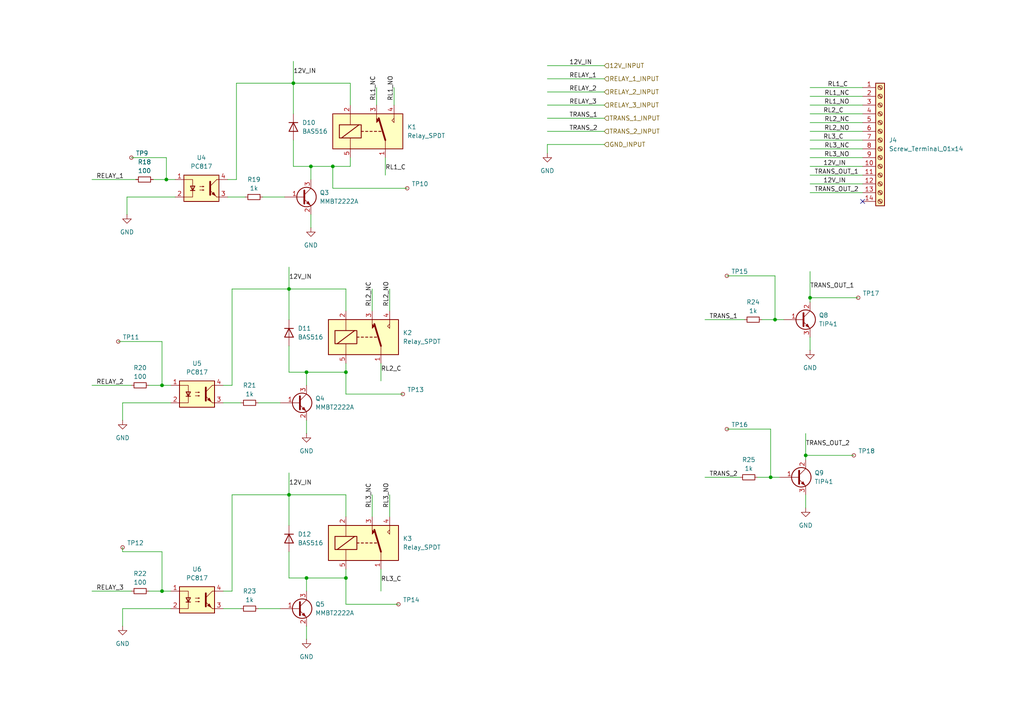
<source format=kicad_sch>
(kicad_sch (version 20231120) (generator "eeschema") (generator_version "8.0")
  (paper "A4")
  (lib_symbols
    (symbol "Connector:Screw_Terminal_01x14" (pin_names (offset 1.016) hide)
      (property "Reference" "J" (at 0 17.78 0))
      (property "Value" "Screw_Terminal_01x14" (at 0 -20.32 0))
      (symbol "Screw_Terminal_01x14_1_1"
        (rectangle (start -1.27 16.51) (end 1.27 -19.05) (stroke (width 0.254)) (fill (type background)))
        (circle (center 0 -17.78) (radius 0.635) (stroke (width 0.1524)))
        (circle (center 0 -15.24) (radius 0.635) (stroke (width 0.1524)))
        (circle (center 0 -12.7) (radius 0.635) (stroke (width 0.1524)))
        (circle (center 0 -10.16) (radius 0.635) (stroke (width 0.1524)))
        (circle (center 0 -7.62) (radius 0.635) (stroke (width 0.1524)))
        (circle (center 0 -5.08) (radius 0.635) (stroke (width 0.1524)))
        (circle (center 0 -2.54) (radius 0.635) (stroke (width 0.1524)))
        (polyline (pts (xy -0.5334 -17.4498) (xy 0.3302 -18.288)) (stroke (width 0.1524)))
        (polyline (pts (xy -0.5334 -14.9098) (xy 0.3302 -15.748)) (stroke (width 0.1524)))
        (polyline (pts (xy -0.5334 -12.3698) (xy 0.3302 -13.208)) (stroke (width 0.1524)))
        (polyline (pts (xy -0.5334 -9.8298) (xy 0.3302 -10.668)) (stroke (width 0.1524)))
        (polyline (pts (xy -0.5334 -7.2898) (xy 0.3302 -8.128)) (stroke (width 0.1524)))
        (polyline (pts (xy -0.5334 -4.7498) (xy 0.3302 -5.588)) (stroke (width 0.1524)))
        (polyline (pts (xy -0.5334 -2.2098) (xy 0.3302 -3.048)) (stroke (width 0.1524)))
        (polyline (pts (xy -0.5334 0.3302) (xy 0.3302 -0.508)) (stroke (width 0.1524)))
        (polyline (pts (xy -0.5334 2.8702) (xy 0.3302 2.032)) (stroke (width 0.1524)))
        (polyline (pts (xy -0.5334 5.4102) (xy 0.3302 4.572)) (stroke (width 0.1524)))
        (polyline (pts (xy -0.5334 7.9502) (xy 0.3302 7.112)) (stroke (width 0.1524)))
        (polyline (pts (xy -0.5334 10.4902) (xy 0.3302 9.652)) (stroke (width 0.1524)))
        (polyline (pts (xy -0.5334 13.0302) (xy 0.3302 12.192)) (stroke (width 0.1524)))
        (polyline (pts (xy -0.5334 15.5702) (xy 0.3302 14.732)) (stroke (width 0.1524)))
        (polyline (pts (xy -0.3556 -17.272) (xy 0.508 -18.1102)) (stroke (width 0.1524)))
        (polyline (pts (xy -0.3556 -14.732) (xy 0.508 -15.5702)) (stroke (width 0.1524)))
        (polyline (pts (xy -0.3556 -12.192) (xy 0.508 -13.0302)) (stroke (width 0.1524)))
        (polyline (pts (xy -0.3556 -9.652) (xy 0.508 -10.4902)) (stroke (width 0.1524)))
        (polyline (pts (xy -0.3556 -7.112) (xy 0.508 -7.9502)) (stroke (width 0.1524)))
        (polyline (pts (xy -0.3556 -4.572) (xy 0.508 -5.4102)) (stroke (width 0.1524)))
        (polyline (pts (xy -0.3556 -2.032) (xy 0.508 -2.8702)) (stroke (width 0.1524)))
        (polyline (pts (xy -0.3556 0.508) (xy 0.508 -0.3302)) (stroke (width 0.1524)))
        (polyline (pts (xy -0.3556 3.048) (xy 0.508 2.2098)) (stroke (width 0.1524)))
        (polyline (pts (xy -0.3556 5.588) (xy 0.508 4.7498)) (stroke (width 0.1524)))
        (polyline (pts (xy -0.3556 8.128) (xy 0.508 7.2898)) (stroke (width 0.1524)))
        (polyline (pts (xy -0.3556 10.668) (xy 0.508 9.8298)) (stroke (width 0.1524)))
        (polyline (pts (xy -0.3556 13.208) (xy 0.508 12.3698)) (stroke (width 0.1524)))
        (polyline (pts (xy -0.3556 15.748) (xy 0.508 14.9098)) (stroke (width 0.1524)))
        (circle (center 0 0) (radius 0.635) (stroke (width 0.1524)))
        (circle (center 0 2.54) (radius 0.635) (stroke (width 0.1524)))
        (circle (center 0 5.08) (radius 0.635) (stroke (width 0.1524)))
        (circle (center 0 7.62) (radius 0.635) (stroke (width 0.1524)))
        (circle (center 0 10.16) (radius 0.635) (stroke (width 0.1524)))
        (circle (center 0 12.7) (radius 0.635) (stroke (width 0.1524)))
        (circle (center 0 15.24) (radius 0.635) (stroke (width 0.1524)))
        (pin passive line (at -5.08 15.24 0) (length 3.81) (name "Pin_1") (number "1"))
        (pin passive line (at -5.08 -7.62 0) (length 3.81) (name "Pin_10") (number "10"))
        (pin passive line (at -5.08 -10.16 0) (length 3.81) (name "Pin_11") (number "11"))
        (pin passive line (at -5.08 -12.7 0) (length 3.81) (name "Pin_12") (number "12"))
        (pin passive line (at -5.08 -15.24 0) (length 3.81) (name "Pin_13") (number "13"))
        (pin passive line (at -5.08 -17.78 0) (length 3.81) (name "Pin_14") (number "14"))
        (pin passive line (at -5.08 12.7 0) (length 3.81) (name "Pin_2") (number "2"))
        (pin passive line (at -5.08 10.16 0) (length 3.81) (name "Pin_3") (number "3"))
        (pin passive line (at -5.08 7.62 0) (length 3.81) (name "Pin_4") (number "4"))
        (pin passive line (at -5.08 5.08 0) (length 3.81) (name "Pin_5") (number "5"))
        (pin passive line (at -5.08 2.54 0) (length 3.81) (name "Pin_6") (number "6"))
        (pin passive line (at -5.08 0 0) (length 3.81) (name "Pin_7") (number "7"))
        (pin passive line (at -5.08 -2.54 0) (length 3.81) (name "Pin_8") (number "8"))
        (pin passive line (at -5.08 -5.08 0) (length 3.81) (name "Pin_9") (number "9"))
      )
    )
    (symbol "Connector:TestPoint_Small" (pin_numbers hide) (pin_names (offset 0.762) hide)
      (property "Reference" "TP" (at 0 3.81 0))
      (property "Value" "TestPoint_Small" (at 0 2.032 0))
      (symbol "TestPoint_Small_0_1"
        (circle (center 0 0) (radius 0.508))
      )
      (symbol "TestPoint_Small_1_1"
        (pin passive line (at 0 0 90) (length 0) (name "1") (number "1"))
      )
    )
    (symbol "Device:R_Small" (pin_numbers hide) (pin_names (offset 0.254) hide)
      (property "Reference" "R" (at 0.762 0.508 0))
      (property "Value" "R_Small" (at 0.762 -1.016 0))
      (symbol "R_Small_0_1"
        (rectangle (start -0.762 1.778) (end 0.762 -1.778) (stroke (width 0.2032)))
      )
      (symbol "R_Small_1_1"
        (pin passive line (at 0 2.54 270) (length 0.762) (name "~") (number "1"))
        (pin passive line (at 0 -2.54 90) (length 0.762) (name "~") (number "2"))
      )
    )
    (symbol "Diode:BAS516" (pin_numbers hide) (pin_names hide)
      (property "Reference" "D" (at 0 2.54 0))
      (property "Value" "BAS516" (at 0 -2.54 0))
      (symbol "BAS516_0_1"
        (polyline (pts (xy -1.27 1.27) (xy -1.27 -1.27)) (stroke (width 0.254)))
        (polyline (pts (xy 1.27 0) (xy -1.27 0)))
        (polyline (pts (xy 1.27 1.27) (xy 1.27 -1.27) (xy -1.27 0) (xy 1.27 1.27)) (stroke (width 0.254)))
      )
      (symbol "BAS516_1_1"
        (pin passive line (at -3.81 0 0) (length 2.54) (name "K") (number "1"))
        (pin passive line (at 3.81 0 180) (length 2.54) (name "A") (number "2"))
      )
    )
    (symbol "Isolator:PC817" (pin_names (offset 1.016))
      (property "Reference" "U" (at -5.08 5.08 0))
      (property "Value" "PC817" (at 0 5.08 0))
      (symbol "PC817_0_1"
        (rectangle (start -5.08 3.81) (end 5.08 -3.81) (stroke (width 0.254)) (fill (type background)))
        (polyline (pts (xy -3.175 -0.635) (xy -1.905 -0.635)) (stroke (width 0.254)))
        (polyline (pts (xy 2.54 0.635) (xy 4.445 2.54)))
        (polyline (pts (xy 4.445 -2.54) (xy 2.54 -0.635)) (fill (type outline)))
        (polyline (pts (xy 4.445 -2.54) (xy 5.08 -2.54)))
        (polyline (pts (xy 4.445 2.54) (xy 5.08 2.54)))
        (polyline (pts (xy -5.08 2.54) (xy -2.54 2.54) (xy -2.54 -0.635)))
        (polyline (pts (xy -2.54 -0.635) (xy -2.54 -2.54) (xy -5.08 -2.54)))
        (polyline (pts (xy 2.54 1.905) (xy 2.54 -1.905) (xy 2.54 -1.905)) (stroke (width 0.508)))
        (polyline (pts (xy -2.54 -0.635) (xy -3.175 0.635) (xy -1.905 0.635) (xy -2.54 -0.635)) (stroke (width 0.254)))
        (polyline (pts (xy -0.508 -0.508) (xy 0.762 -0.508) (xy 0.381 -0.635) (xy 0.381 -0.381) (xy 0.762 -0.508)))
        (polyline (pts (xy -0.508 0.508) (xy 0.762 0.508) (xy 0.381 0.381) (xy 0.381 0.635) (xy 0.762 0.508)))
        (polyline (pts (xy 3.048 -1.651) (xy 3.556 -1.143) (xy 4.064 -2.159) (xy 3.048 -1.651) (xy 3.048 -1.651)) (fill (type outline)))
      )
      (symbol "PC817_1_1"
        (pin passive line (at -7.62 2.54 0) (length 2.54) (name "~") (number "1"))
        (pin passive line (at -7.62 -2.54 0) (length 2.54) (name "~") (number "2"))
        (pin passive line (at 7.62 -2.54 180) (length 2.54) (name "~") (number "3"))
        (pin passive line (at 7.62 2.54 180) (length 2.54) (name "~") (number "4"))
      )
    )
    (symbol "Relay_SPDT_1"
      (property "Reference" "K1" (at 11.43 1.2701 0))
      (property "Value" "Relay_SPDT" (at 11.43 -1.2699 0))
      (symbol "Relay_SPDT_1_0_0"
        (polyline (pts (xy 7.62 5.08) (xy 7.62 2.54) (xy 6.985 3.175) (xy 7.62 3.81)))
      )
      (symbol "Relay_SPDT_1_0_1"
        (rectangle (start -10.16 5.08) (end 10.16 -5.08) (stroke (width 0.254)) (fill (type background)))
        (rectangle (start -8.255 1.905) (end -1.905 -1.905) (stroke (width 0.254)))
        (polyline (pts (xy -7.62 -1.905) (xy -2.54 1.905)) (stroke (width 0.254)))
        (polyline (pts (xy -5.08 -5.08) (xy -5.08 -1.905)))
        (polyline (pts (xy -5.08 5.08) (xy -5.08 1.905)))
        (polyline (pts (xy -1.905 0) (xy -1.27 0)) (stroke (width 0.254)))
        (polyline (pts (xy -0.635 0) (xy 0 0)) (stroke (width 0.254)))
        (polyline (pts (xy 0.635 0) (xy 1.27 0)) (stroke (width 0.254)))
        (polyline (pts (xy 1.905 0) (xy 2.54 0)) (stroke (width 0.254)))
        (polyline (pts (xy 3.175 0) (xy 3.81 0)) (stroke (width 0.254)))
        (polyline (pts (xy 5.08 -2.54) (xy 3.175 3.81)) (stroke (width 0.508)))
        (polyline (pts (xy 5.08 -2.54) (xy 5.08 -5.08)))
        (polyline (pts (xy 2.54 5.08) (xy 2.54 2.54) (xy 3.175 3.175) (xy 2.54 3.81)) (fill (type outline)))
      )
      (symbol "Relay_SPDT_1_1_1"
        (pin passive line (at 5.08 -7.62 90) (length 2.54) (name "~") (number "1"))
        (pin passive line (at -5.08 7.62 270) (length 2.54) (name "~") (number "2"))
        (pin passive line (at 2.54 7.62 270) (length 2.54) (name "~") (number "3"))
        (pin passive line (at 7.62 7.62 270) (length 2.54) (name "~") (number "4"))
        (pin passive line (at -5.08 -7.62 90) (length 2.54) (name "~") (number "5"))
      )
    )
    (symbol "Transistor_BJT:MMBT2222A" (pin_names (offset 0) hide)
      (property "Reference" "Q" (at 5.08 1.905 0))
      (property "Value" "MMBT2222A" (at 5.08 0 0))
      (symbol "MMBT2222A_0_1"
        (polyline (pts (xy 0.635 0.635) (xy 2.54 2.54)))
        (polyline (pts (xy 0.635 -0.635) (xy 2.54 -2.54) (xy 2.54 -2.54)))
        (polyline (pts (xy 0.635 1.905) (xy 0.635 -1.905) (xy 0.635 -1.905)) (stroke (width 0.508)))
        (polyline (pts (xy 1.27 -1.778) (xy 1.778 -1.27) (xy 2.286 -2.286) (xy 1.27 -1.778) (xy 1.27 -1.778)) (fill (type outline)))
        (circle (center 1.27 0) (radius 2.8194) (stroke (width 0.254)))
      )
      (symbol "MMBT2222A_1_1"
        (pin input line (at -5.08 0 0) (length 5.715) (name "B") (number "1"))
        (pin passive line (at 2.54 -5.08 90) (length 2.54) (name "E") (number "2"))
        (pin passive line (at 2.54 5.08 270) (length 2.54) (name "C") (number "3"))
      )
    )
    (symbol "Transistor_BJT:TIP41" (pin_names (offset 0) hide)
      (property "Reference" "Q" (at 6.35 1.905 0))
      (property "Value" "TIP41" (at 6.35 0 0))
      (symbol "TIP41_0_1"
        (polyline (pts (xy 0.635 0.635) (xy 2.54 2.54)))
        (polyline (pts (xy 0.635 -0.635) (xy 2.54 -2.54) (xy 2.54 -2.54)))
        (polyline (pts (xy 0.635 1.905) (xy 0.635 -1.905) (xy 0.635 -1.905)) (stroke (width 0.508)))
        (polyline (pts (xy 1.27 -1.778) (xy 1.778 -1.27) (xy 2.286 -2.286) (xy 1.27 -1.778) (xy 1.27 -1.778)) (fill (type outline)))
        (circle (center 1.27 0) (radius 2.8194) (stroke (width 0.254)))
      )
      (symbol "TIP41_1_1"
        (pin input line (at -5.08 0 0) (length 5.715) (name "B") (number "1"))
        (pin passive line (at 2.54 5.08 270) (length 2.54) (name "C") (number "2"))
        (pin passive line (at 2.54 -5.08 90) (length 2.54) (name "E") (number "3"))
      )
    )
    (symbol "power:GND" (power) (pin_numbers hide) (pin_names (offset 0) hide)
      (property "Value" "GND" (at 0 -3.81 0))
      (symbol "GND_0_1"
        (polyline (pts (xy 0 0) (xy 0 -1.27) (xy 1.27 -1.27) (xy 0 -2.54) (xy -1.27 -1.27) (xy 0 -1.27)))
      )
      (symbol "GND_1_1"
        (pin power_in line (at 0 0 270) (length 0) (name "~") (number "1"))
      )
    )
  )
  (junction (at 48.26 52.07))
  (junction (at 100.33 167.64))
  (junction (at 46.99 111.76))
  (junction (at 234.95 86.36))
  (junction (at 224.79 92.71))
  (junction (at 233.68 132.08))
  (junction (at 88.9 167.64))
  (junction (at 85.09 24.13))
  (junction (at 46.99 171.45))
  (junction (at 90.17 48.26))
  (junction (at 96.52 48.26))
  (junction (at 83.82 143.51))
  (junction (at 88.9 107.95))
  (junction (at 83.82 83.82))
  (junction (at 100.33 107.95))
  (junction (at 223.52 138.43))
  (no_connect (at 250.19 58.42))
  (wire (pts (xy 234.95 35.56) (xy 250.19 35.56)))
  (wire (pts (xy 48.26 45.72) (xy 48.26 52.07)))
  (wire (pts (xy 36.83 57.15) (xy 36.83 62.23)))
  (wire (pts (xy 83.82 167.64) (xy 88.9 167.64)))
  (wire (pts (xy 34.29 99.06) (xy 46.99 99.06)))
  (wire (pts (xy 48.26 52.07) (xy 50.8 52.07)))
  (wire (pts (xy 83.82 143.51) (xy 83.82 152.4)))
  (wire (pts (xy 64.77 116.84) (xy 69.85 116.84)))
  (wire (pts (xy 85.09 48.26) (xy 90.17 48.26)))
  (wire (pts (xy 234.95 86.36) (xy 248.92 86.36)))
  (wire (pts (xy 88.9 171.45) (xy 88.9 167.64)))
  (wire (pts (xy 107.95 83.82) (xy 107.95 90.17)))
  (wire (pts (xy 83.82 77.47) (xy 83.82 83.82)))
  (wire (pts (xy 83.82 83.82) (xy 100.33 83.82)))
  (wire (pts (xy 175.26 41.91) (xy 158.75 41.91)))
  (wire (pts (xy 83.82 160.02) (xy 83.82 167.64)))
  (wire (pts (xy 74.93 176.53) (xy 81.28 176.53)))
  (wire (pts (xy 64.77 176.53) (xy 69.85 176.53)))
  (wire (pts (xy 158.75 26.67) (xy 175.26 26.67)))
  (wire (pts (xy 26.67 111.76) (xy 38.1 111.76)))
  (wire (pts (xy 223.52 124.46) (xy 223.52 138.43)))
  (wire (pts (xy 90.17 52.07) (xy 90.17 48.26)))
  (wire (pts (xy 224.79 92.71) (xy 227.33 92.71)))
  (wire (pts (xy 100.33 114.3) (xy 100.33 107.95)))
  (wire (pts (xy 90.17 62.23) (xy 90.17 66.04)))
  (wire (pts (xy 43.18 111.76) (xy 46.99 111.76)))
  (wire (pts (xy 67.31 171.45) (xy 67.31 143.51)))
  (wire (pts (xy 46.99 99.06) (xy 46.99 111.76)))
  (wire (pts (xy 234.95 33.02) (xy 250.19 33.02)))
  (wire (pts (xy 234.95 27.94) (xy 250.19 27.94)))
  (wire (pts (xy 85.09 24.13) (xy 101.6 24.13)))
  (wire (pts (xy 85.09 24.13) (xy 85.09 33.02)))
  (wire (pts (xy 88.9 111.76) (xy 88.9 107.95)))
  (wire (pts (xy 158.75 19.05) (xy 175.26 19.05)))
  (wire (pts (xy 234.95 50.8) (xy 250.19 50.8)))
  (wire (pts (xy 234.95 30.48) (xy 250.19 30.48)))
  (wire (pts (xy 115.57 175.26) (xy 100.33 175.26)))
  (wire (pts (xy 107.95 143.51) (xy 107.95 149.86)))
  (wire (pts (xy 64.77 171.45) (xy 67.31 171.45)))
  (wire (pts (xy 46.99 160.02) (xy 46.99 171.45)))
  (wire (pts (xy 233.68 125.73) (xy 233.68 132.08)))
  (wire (pts (xy 88.9 181.61) (xy 88.9 185.42)))
  (wire (pts (xy 118.11 54.61) (xy 96.52 54.61)))
  (wire (pts (xy 111.76 45.72) (xy 111.76 50.8)))
  (wire (pts (xy 223.52 138.43) (xy 226.06 138.43)))
  (wire (pts (xy 233.68 132.08) (xy 247.65 132.08)))
  (wire (pts (xy 234.95 25.4) (xy 250.19 25.4)))
  (wire (pts (xy 100.33 143.51) (xy 100.33 149.86)))
  (wire (pts (xy 210.82 124.46) (xy 223.52 124.46)))
  (wire (pts (xy 234.95 43.18) (xy 250.19 43.18)))
  (wire (pts (xy 210.82 80.01) (xy 224.79 80.01)))
  (wire (pts (xy 83.82 137.16) (xy 83.82 143.51)))
  (wire (pts (xy 100.33 167.64) (xy 100.33 165.1)))
  (wire (pts (xy 101.6 48.26) (xy 101.6 45.72)))
  (wire (pts (xy 44.45 52.07) (xy 48.26 52.07)))
  (wire (pts (xy 234.95 38.1) (xy 250.19 38.1)))
  (wire (pts (xy 101.6 24.13) (xy 101.6 30.48)))
  (wire (pts (xy 96.52 54.61) (xy 96.52 48.26)))
  (wire (pts (xy 234.95 40.64) (xy 250.19 40.64)))
  (wire (pts (xy 83.82 107.95) (xy 88.9 107.95)))
  (wire (pts (xy 233.68 132.08) (xy 233.68 133.35)))
  (wire (pts (xy 109.22 25.4) (xy 109.22 30.48)))
  (wire (pts (xy 224.79 80.01) (xy 224.79 92.71)))
  (wire (pts (xy 46.99 171.45) (xy 49.53 171.45)))
  (wire (pts (xy 83.82 100.33) (xy 83.82 107.95)))
  (wire (pts (xy 158.75 41.91) (xy 158.75 44.45)))
  (wire (pts (xy 90.17 48.26) (xy 96.52 48.26)))
  (wire (pts (xy 234.95 78.74) (xy 234.95 86.36)))
  (wire (pts (xy 96.52 48.26) (xy 101.6 48.26)))
  (wire (pts (xy 113.03 143.51) (xy 113.03 149.86)))
  (wire (pts (xy 116.84 114.3) (xy 100.33 114.3)))
  (wire (pts (xy 85.09 17.78) (xy 85.09 24.13)))
  (wire (pts (xy 158.75 30.48) (xy 175.26 30.48)))
  (wire (pts (xy 233.68 143.51) (xy 233.68 147.32)))
  (wire (pts (xy 64.77 111.76) (xy 67.31 111.76)))
  (wire (pts (xy 68.58 24.13) (xy 85.09 24.13)))
  (wire (pts (xy 219.71 138.43) (xy 223.52 138.43)))
  (wire (pts (xy 49.53 176.53) (xy 35.56 176.53)))
  (wire (pts (xy 110.49 165.1) (xy 110.49 171.45)))
  (wire (pts (xy 234.95 86.36) (xy 234.95 87.63)))
  (wire (pts (xy 234.95 45.72) (xy 250.19 45.72)))
  (wire (pts (xy 158.75 34.29) (xy 175.26 34.29)))
  (wire (pts (xy 68.58 52.07) (xy 68.58 24.13)))
  (wire (pts (xy 88.9 107.95) (xy 100.33 107.95)))
  (wire (pts (xy 114.3 25.4) (xy 114.3 30.48)))
  (wire (pts (xy 220.98 92.71) (xy 224.79 92.71)))
  (wire (pts (xy 110.49 105.41) (xy 110.49 110.49)))
  (wire (pts (xy 88.9 167.64) (xy 100.33 167.64)))
  (wire (pts (xy 35.56 176.53) (xy 35.56 181.61)))
  (wire (pts (xy 100.33 107.95) (xy 100.33 105.41)))
  (wire (pts (xy 66.04 57.15) (xy 71.12 57.15)))
  (wire (pts (xy 43.18 171.45) (xy 46.99 171.45)))
  (wire (pts (xy 26.67 52.07) (xy 39.37 52.07)))
  (wire (pts (xy 35.56 160.02) (xy 46.99 160.02)))
  (wire (pts (xy 74.93 116.84) (xy 81.28 116.84)))
  (wire (pts (xy 100.33 175.26) (xy 100.33 167.64)))
  (wire (pts (xy 158.75 38.1) (xy 175.26 38.1)))
  (wire (pts (xy 234.95 53.34) (xy 250.19 53.34)))
  (wire (pts (xy 46.99 111.76) (xy 49.53 111.76)))
  (wire (pts (xy 100.33 83.82) (xy 100.33 90.17)))
  (wire (pts (xy 67.31 143.51) (xy 83.82 143.51)))
  (wire (pts (xy 88.9 121.92) (xy 88.9 125.73)))
  (wire (pts (xy 38.1 45.72) (xy 48.26 45.72)))
  (wire (pts (xy 66.04 52.07) (xy 68.58 52.07)))
  (wire (pts (xy 204.47 92.71) (xy 215.9 92.71)))
  (wire (pts (xy 35.56 158.75) (xy 35.56 160.02)))
  (wire (pts (xy 85.09 40.64) (xy 85.09 48.26)))
  (wire (pts (xy 67.31 83.82) (xy 83.82 83.82)))
  (wire (pts (xy 35.56 116.84) (xy 35.56 121.92)))
  (wire (pts (xy 204.47 138.43) (xy 214.63 138.43)))
  (wire (pts (xy 50.8 57.15) (xy 36.83 57.15)))
  (wire (pts (xy 26.67 171.45) (xy 38.1 171.45)))
  (wire (pts (xy 234.95 97.79) (xy 234.95 101.6)))
  (wire (pts (xy 234.95 55.88) (xy 250.19 55.88)))
  (wire (pts (xy 234.95 48.26) (xy 250.19 48.26)))
  (wire (pts (xy 67.31 111.76) (xy 67.31 83.82)))
  (wire (pts (xy 83.82 143.51) (xy 100.33 143.51)))
  (wire (pts (xy 83.82 83.82) (xy 83.82 92.71)))
  (wire (pts (xy 76.2 57.15) (xy 82.55 57.15)))
  (wire (pts (xy 158.75 22.86) (xy 175.26 22.86)))
  (wire (pts (xy 113.03 83.82) (xy 113.03 90.17)))
  (wire (pts (xy 49.53 116.84) (xy 35.56 116.84)))
  (label "RL1_NO" (at 246.38 30.48 180))
  (label "RL3_NC" (at 246.38 43.18 180))
  (label "RELAY_3" (at 165.1 30.48 0))
  (label "RL2_C" (at 238.76 33.02 0))
  (label "RL2_NO" (at 113.03 88.9 90))
  (label "RL2_NO" (at 246.38 38.1 180))
  (label "12V_IN" (at 83.82 81.28 0))
  (label "12V_IN" (at 165.1 19.05 0))
  (label "TRANS_OUT_2" (at 233.68 129.54 0))
  (label "RL1_NC" (at 246.38 27.94 180))
  (label "TRANS_2" (at 205.74 138.43 0))
  (label "12V_IN" (at 83.82 140.97 0))
  (label "TRANS_OUT_1" (at 236.22 50.8 0))
  (label "RELAY_3" (at 27.94 171.45 0))
  (label "RL1_C" (at 111.76 49.53 0))
  (label "RELAY_1" (at 27.94 52.07 0))
  (label "RL1_C" (at 240.03 25.4 0))
  (label "12V_IN" (at 238.76 53.34 0))
  (label "12V_IN" (at 238.76 48.26 0))
  (label "RELAY_1" (at 165.1 22.86 0))
  (label "TRANS_OUT_1" (at 234.95 83.82 0))
  (label "RL2_NC" (at 107.95 88.9 90))
  (label "RL1_NC" (at 109.22 29.21 90))
  (label "TRANS_OUT_2" (at 236.22 55.88 0))
  (label "RELAY_2" (at 27.94 111.76 0))
  (label "RL3_NO" (at 246.38 45.72 180))
  (label "TRANS_2" (at 165.1 38.1 0))
  (label "RL3_C" (at 238.76 40.64 0))
  (label "12V_IN" (at 85.09 21.59 0))
  (label "TRANS_1" (at 205.74 92.71 0))
  (label "RL3_NO" (at 113.03 147.32 90))
  (label "RL3_NC" (at 107.95 147.32 90))
  (label "TRANS_1" (at 165.1 34.29 0))
  (label "RL2_C" (at 110.49 107.95 0))
  (label "RL2_NC" (at 246.38 35.56 180))
  (label "RL1_NO" (at 114.3 29.21 90))
  (label "RL3_C" (at 110.49 168.91 0))
  (label "RELAY_2" (at 165.1 26.67 0))
  (hierarchical_label "GND_INPUT" (shape input) (at 175.26 41.91 0))
  (hierarchical_label "12V_INPUT" (shape input) (at 175.26 19.05 0))
  (hierarchical_label "TRANS_1_INPUT" (shape input) (at 175.26 34.29 0))
  (hierarchical_label "TRANS_2_INPUT" (shape input) (at 175.26 38.1 0))
  (hierarchical_label "RELAY_1_INPUT" (shape input) (at 175.26 22.86 0))
  (hierarchical_label "RELAY_3_INPUT" (shape input) (at 175.26 30.48 0))
  (hierarchical_label "RELAY_2_INPUT" (shape input) (at 175.26 26.67 0))
  (symbol (lib_id "Connector:TestPoint_Small") (at 38.1 45.72 0) (unit 1)
    (property "Reference" "TP9" (at 39.37 44.4499 0) (effects (justify left)))
    (property "Value" " " (at 39.37 46.9899 0) (effects (justify left)))
    (property "Footprint" "TestPoint:TestPoint_Pad_1.5x1.5mm" (effects (hide yes)))
    (property "Description" "test point" (effects (hide yes)))
  )
  (symbol (lib_id "Connector:Screw_Terminal_01x14") (at 255.27 40.64 0) (unit 1)
    (property "Reference" "J4" (at 257.81 40.6399 0) (effects (justify left)))
    (property "Value" "Screw_Terminal_01x14" (at 257.81 43.1799 0) (effects (justify left)))
    (property "Footprint" "TerminalBlock:TerminalBlock_Xinya_XY308-2.54-14P_1x14_P2.54mm_Horizontal" (effects (hide yes)))
    (property "Description" "Generic screw terminal, single row, 01x14, script generated (kicad-library-utils/schlib/autogen/connector/)" (effects (hide yes)))
  )
  (symbol (lib_id "Connector:TestPoint_Small") (at 34.29 99.06 0) (unit 1)
    (property "Reference" "TP11" (at 35.56 97.7899 0) (effects (justify left)))
    (property "Value" " " (at 35.56 100.3299 0) (effects (justify left)))
    (property "Footprint" "TestPoint:TestPoint_Pad_1.5x1.5mm" (effects (hide yes)))
    (property "Description" "test point" (effects (hide yes)))
  )
  (symbol (lib_id "Connector:TestPoint_Small") (at 248.92 86.36 270) (unit 1)
    (property "Reference" "TP17" (at 250.19 85.0899 90) (effects (justify left)))
    (property "Value" " " (at 250.19 87.6299 90) (effects (justify left)))
    (property "Footprint" "TestPoint:TestPoint_Pad_1.5x1.5mm" (effects (hide yes)))
    (property "Description" "test point" (effects (hide yes)))
  )
  (symbol (lib_id "Isolator:PC817") (at 57.15 114.3 0) (unit 1)
    (property "Reference" "U5" (at 57.15 105.41 0))
    (property "Value" "PC817" (at 57.15 107.95 0))
    (property "Footprint" "Package_DIP:DIP-4_W7.62mm" (effects (hide yes)))
    (property "Datasheet" "http://www.soselectronic.cz/a_info/resource/d/pc817.pdf" (effects (hide yes)))
    (property "Description" "DC Optocoupler, Vce 35V, CTR 50-300%, DIP-4" (effects (hide yes)))
    (property "part number" "PC817B" (effects (hide yes)))
    (property "JLCPCB Part #" "C5451664" (effects (hide yes)))
  )
  (symbol (lib_id "Connector:TestPoint_Small") (at 35.56 158.75 0) (unit 1)
    (property "Reference" "TP12" (at 36.83 157.4799 0) (effects (justify left)))
    (property "Value" " " (at 36.83 160.0199 0) (effects (justify left)))
    (property "Footprint" "TestPoint:TestPoint_Pad_1.5x1.5mm" (effects (hide yes)))
    (property "Description" "test point" (effects (hide yes)))
  )
  (symbol (lib_id "Transistor_BJT:MMBT2222A") (at 87.63 57.15 0) (unit 1)
    (property "Reference" "Q3" (at 92.71 55.8799 0) (effects (justify left)))
    (property "Value" "MMBT2222A" (at 92.71 58.4199 0) (effects (justify left)))
    (property "Footprint" "Package_TO_SOT_SMD:SOT-23" (effects (hide yes)))
    (property "Datasheet" "https://assets.nexperia.com/documents/data-sheet/MMBT2222A.pdf" (effects (hide yes)))
    (property "Description" "600mA Ic, 40V Vce, NPN Transistor, SOT-23" (effects (hide yes)))
    (property "part number" "MMBT2222A" (effects (hide yes)))
    (property "JLCPCB Part #" "  C83939" (effects (hide yes)))
  )
  (symbol (lib_id "power:GND") (at 158.75 44.45 0) (unit 1)
    (property "Reference" "#PWR032" (effects (hide yes)))
    (property "Value" "GND" (at 158.75 49.53 0))
    (property "Description" "Power symbol creates a global label with name \"GND\" , ground" (effects (hide yes)))
  )
  (symbol (lib_id "Isolator:PC817") (at 58.42 54.61 0) (unit 1)
    (property "Reference" "U4" (at 58.42 45.72 0))
    (property "Value" "PC817" (at 58.42 48.26 0))
    (property "Footprint" "Package_DIP:DIP-4_W7.62mm" (effects (hide yes)))
    (property "Datasheet" "http://www.soselectronic.cz/a_info/resource/d/pc817.pdf" (effects (hide yes)))
    (property "Description" "DC Optocoupler, Vce 35V, CTR 50-300%, DIP-4" (effects (hide yes)))
    (property "part number" "PC817B" (effects (hide yes)))
    (property "JLCPCB Part #" "C5451664" (effects (hide yes)))
  )
  (symbol (lib_name "Relay_SPDT_1") (lib_id "Relay:Relay_SPDT") (at 106.68 38.1 0) (unit 1)
    (property "Reference" "K1" (at 118.11 36.8299 0) (effects (justify left)))
    (property "Value" "Relay_SPDT" (at 118.11 39.3699 0) (effects (justify left)))
    (property "Footprint" "Relay_THT:Relay_SPDT_Omron-G5LE-1" (effects (hide yes)))
    (property "Description" "Monostable Relay SPDT, EN50005" (effects (hide yes)))
    (property "part number" "G5LE-1-DC12" (effects (hide yes)))
  )
  (symbol (lib_id "power:GND") (at 90.17 66.04 0) (unit 1)
    (property "Reference" "#PWR027" (effects (hide yes)))
    (property "Value" "GND" (at 90.17 71.12 0))
    (property "Description" "Power symbol creates a global label with name \"GND\" , ground" (effects (hide yes)))
  )
  (symbol (lib_id "power:GND") (at 35.56 121.92 0) (unit 1)
    (property "Reference" "#PWR028" (effects (hide yes)))
    (property "Value" "GND" (at 35.56 127 0))
    (property "Description" "Power symbol creates a global label with name \"GND\" , ground" (effects (hide yes)))
  )
  (symbol (lib_id "power:GND") (at 234.95 101.6 0) (unit 1)
    (property "Reference" "#PWR033" (effects (hide yes)))
    (property "Value" "GND" (at 234.95 106.68 0))
    (property "Description" "Power symbol creates a global label with name \"GND\" , ground" (effects (hide yes)))
  )
  (symbol (lib_id "Device:R_Small") (at 41.91 52.07 90) (unit 1)
    (property "Reference" "R18" (at 41.91 46.99 90))
    (property "Value" "100" (at 41.91 49.53 90))
    (property "Footprint" "Resistor_SMD:R_0603_1608Metric_Pad0.98x0.95mm_HandSolder" (effects (hide yes)))
    (property "Description" "Resistor, small symbol" (effects (hide yes)))
    (property "part number" "RC0603FR-07100RL" (effects (hide yes)))
    (property "JLCPCB Part #" "C105588" (effects (hide yes)))
  )
  (symbol (lib_id "Connector:TestPoint_Small") (at 118.11 54.61 270) (unit 1)
    (property "Reference" "TP10" (at 119.38 53.3399 90) (effects (justify left)))
    (property "Value" " " (at 119.38 55.8799 90) (effects (justify left)))
    (property "Footprint" "TestPoint:TestPoint_Pad_1.5x1.5mm" (effects (hide yes)))
    (property "Description" "test point" (effects (hide yes)))
  )
  (symbol (lib_id "Device:R_Small") (at 40.64 111.76 90) (unit 1)
    (property "Reference" "R20" (at 40.64 106.68 90))
    (property "Value" "100" (at 40.64 109.22 90))
    (property "Footprint" "Resistor_SMD:R_0603_1608Metric_Pad0.98x0.95mm_HandSolder" (effects (hide yes)))
    (property "Description" "Resistor, small symbol" (effects (hide yes)))
    (property "part number" "RC0603FR-07100RL" (effects (hide yes)))
    (property "JLCPCB Part #" "C105588" (effects (hide yes)))
  )
  (symbol (lib_id "power:GND") (at 35.56 181.61 0) (unit 1)
    (property "Reference" "#PWR030" (effects (hide yes)))
    (property "Value" "GND" (at 35.56 186.69 0))
    (property "Description" "Power symbol creates a global label with name \"GND\" , ground" (effects (hide yes)))
  )
  (symbol (lib_id "Device:R_Small") (at 218.44 92.71 90) (unit 1)
    (property "Reference" "R24" (at 218.44 87.63 90))
    (property "Value" "1k" (at 218.44 90.17 90))
    (property "Footprint" "Resistor_SMD:R_0603_1608Metric_Pad0.98x0.95mm_HandSolder" (effects (hide yes)))
    (property "Description" "Resistor, small symbol" (effects (hide yes)))
    (property "part number" "RC0603FR-071KL" (effects (hide yes)))
    (property "JLCPCB Part #" " C22548" (effects (hide yes)))
  )
  (symbol (lib_name "Relay_SPDT_1") (lib_id "Relay:Relay_SPDT") (at 105.41 97.79 0) (unit 1)
    (property "Reference" "K2" (at 116.84 96.5199 0) (effects (justify left)))
    (property "Value" "Relay_SPDT" (at 116.84 99.0599 0) (effects (justify left)))
    (property "Footprint" "Relay_THT:Relay_SPDT_Omron-G5LE-1" (effects (hide yes)))
    (property "Description" "Monostable Relay SPDT, EN50005" (effects (hide yes)))
    (property "part number" "G5LE-1-DC12" (effects (hide yes)))
  )
  (symbol (lib_id "Connector:TestPoint_Small") (at 210.82 124.46 0) (unit 1)
    (property "Reference" "TP16" (at 212.09 123.1899 0) (effects (justify left)))
    (property "Value" " " (at 212.09 125.7299 0) (effects (justify left)))
    (property "Footprint" "TestPoint:TestPoint_Pad_1.5x1.5mm" (effects (hide yes)))
    (property "Description" "test point" (effects (hide yes)))
  )
  (symbol (lib_id "Device:R_Small") (at 40.64 171.45 90) (unit 1)
    (property "Reference" "R22" (at 40.64 166.37 90))
    (property "Value" "100" (at 40.64 168.91 90))
    (property "Footprint" "Resistor_SMD:R_0603_1608Metric_Pad0.98x0.95mm_HandSolder" (effects (hide yes)))
    (property "Description" "Resistor, small symbol" (effects (hide yes)))
    (property "part number" "RC0603FR-07100RL" (effects (hide yes)))
    (property "JLCPCB Part #" "C105588" (effects (hide yes)))
  )
  (symbol (lib_id "Diode:BAS516") (at 83.82 96.52 270) (unit 1)
    (property "Reference" "D11" (at 86.36 95.2499 90) (effects (justify left)))
    (property "Value" "BAS516" (at 86.36 97.7899 90) (effects (justify left)))
    (property "Footprint" "Diode_SMD:D_SOD-523" (effects (hide yes)))
    (property "Datasheet" "https://assets.nexperia.com/documents/data-sheet/BAS16_SER.pdf" (effects (hide yes)))
    (property "Description" "100V, 0.25A, High-speed Switching Diode, SOD-523" (effects (hide yes)))
    (property "Sim.Device" "D" (effects (hide yes)))
    (property "Sim.Pins" "1=K 2=A" (effects (hide yes)))
    (property "part number" "BAS516" (effects (hide yes)))
    (property "JLCPCB Part #" "C5178954" (effects (hide yes)))
  )
  (symbol (lib_id "power:GND") (at 36.83 62.23 0) (unit 1)
    (property "Reference" "#PWR026" (effects (hide yes)))
    (property "Value" "GND" (at 36.83 67.31 0))
    (property "Description" "Power symbol creates a global label with name \"GND\" , ground" (effects (hide yes)))
  )
  (symbol (lib_id "Isolator:PC817") (at 57.15 173.99 0) (unit 1)
    (property "Reference" "U6" (at 57.15 165.1 0))
    (property "Value" "PC817" (at 57.15 167.64 0))
    (property "Footprint" "Package_DIP:DIP-4_W7.62mm" (effects (hide yes)))
    (property "Datasheet" "http://www.soselectronic.cz/a_info/resource/d/pc817.pdf" (effects (hide yes)))
    (property "Description" "DC Optocoupler, Vce 35V, CTR 50-300%, DIP-4" (effects (hide yes)))
    (property "part number" "PC817B" (effects (hide yes)))
    (property "JLCPCB Part #" "C5451664" (effects (hide yes)))
  )
  (symbol (lib_id "Transistor_BJT:MMBT2222A") (at 86.36 176.53 0) (unit 1)
    (property "Reference" "Q5" (at 91.44 175.2599 0) (effects (justify left)))
    (property "Value" "MMBT2222A" (at 91.44 177.7999 0) (effects (justify left)))
    (property "Footprint" "Package_TO_SOT_SMD:SOT-23" (effects (hide yes)))
    (property "Datasheet" "https://assets.nexperia.com/documents/data-sheet/MMBT2222A.pdf" (effects (hide yes)))
    (property "Description" "600mA Ic, 40V Vce, NPN Transistor, SOT-23" (effects (hide yes)))
    (property "part number" "MMBT2222A" (effects (hide yes)))
    (property "JLCPCB Part #" "  C83939" (effects (hide yes)))
  )
  (symbol (lib_id "Diode:BAS516") (at 85.09 36.83 270) (unit 1)
    (property "Reference" "D10" (at 87.63 35.5599 90) (effects (justify left)))
    (property "Value" "BAS516" (at 87.63 38.0999 90) (effects (justify left)))
    (property "Footprint" "Diode_SMD:D_SOD-523" (effects (hide yes)))
    (property "Datasheet" "https://assets.nexperia.com/documents/data-sheet/BAS16_SER.pdf" (effects (hide yes)))
    (property "Description" "100V, 0.25A, High-speed Switching Diode, SOD-523" (effects (hide yes)))
    (property "Sim.Device" "D" (effects (hide yes)))
    (property "Sim.Pins" "1=K 2=A" (effects (hide yes)))
    (property "part number" "BAS516" (effects (hide yes)))
    (property "JLCPCB Part #" "C5178954" (effects (hide yes)))
  )
  (symbol (lib_id "Connector:TestPoint_Small") (at 115.57 175.26 270) (unit 1)
    (property "Reference" "TP14" (at 116.84 173.9899 90) (effects (justify left)))
    (property "Value" " " (at 116.84 176.5299 90) (effects (justify left)))
    (property "Footprint" "TestPoint:TestPoint_Pad_1.5x1.5mm" (effects (hide yes)))
    (property "Description" "test point" (effects (hide yes)))
  )
  (symbol (lib_id "power:GND") (at 88.9 125.73 0) (unit 1)
    (property "Reference" "#PWR029" (effects (hide yes)))
    (property "Value" "GND" (at 88.9 130.81 0))
    (property "Description" "Power symbol creates a global label with name \"GND\" , ground" (effects (hide yes)))
  )
  (symbol (lib_id "Device:R_Small") (at 72.39 116.84 90) (unit 1)
    (property "Reference" "R21" (at 72.39 111.76 90))
    (property "Value" "1k" (at 72.39 114.3 90))
    (property "Footprint" "Resistor_SMD:R_0603_1608Metric_Pad0.98x0.95mm_HandSolder" (effects (hide yes)))
    (property "Description" "Resistor, small symbol" (effects (hide yes)))
    (property "part number" "RC0603FR-071KL" (effects (hide yes)))
    (property "JLCPCB Part #" " C22548" (effects (hide yes)))
  )
  (symbol (lib_id "Transistor_BJT:MMBT2222A") (at 86.36 116.84 0) (unit 1)
    (property "Reference" "Q4" (at 91.44 115.5699 0) (effects (justify left)))
    (property "Value" "MMBT2222A" (at 91.44 118.1099 0) (effects (justify left)))
    (property "Footprint" "Package_TO_SOT_SMD:SOT-23" (effects (hide yes)))
    (property "Datasheet" "https://assets.nexperia.com/documents/data-sheet/MMBT2222A.pdf" (effects (hide yes)))
    (property "Description" "600mA Ic, 40V Vce, NPN Transistor, SOT-23" (effects (hide yes)))
    (property "part number" "MMBT2222A" (effects (hide yes)))
    (property "JLCPCB Part #" "  C83939" (effects (hide yes)))
  )
  (symbol (lib_id "Device:R_Small") (at 73.66 57.15 90) (unit 1)
    (property "Reference" "R19" (at 73.66 52.07 90))
    (property "Value" "1k" (at 73.66 54.61 90))
    (property "Footprint" "Resistor_SMD:R_0603_1608Metric_Pad0.98x0.95mm_HandSolder" (effects (hide yes)))
    (property "Description" "Resistor, small symbol" (effects (hide yes)))
    (property "part number" "RC0603FR-071KL" (effects (hide yes)))
    (property "JLCPCB Part #" " C22548" (effects (hide yes)))
  )
  (symbol (lib_id "power:GND") (at 88.9 185.42 0) (unit 1)
    (property "Reference" "#PWR031" (effects (hide yes)))
    (property "Value" "GND" (at 88.9 190.5 0))
    (property "Description" "Power symbol creates a global label with name \"GND\" , ground" (effects (hide yes)))
  )
  (symbol (lib_id "Device:R_Small") (at 217.17 138.43 90) (unit 1)
    (property "Reference" "R25" (at 217.17 133.35 90))
    (property "Value" "1k" (at 217.17 135.89 90))
    (property "Footprint" "Resistor_SMD:R_0603_1608Metric_Pad0.98x0.95mm_HandSolder" (effects (hide yes)))
    (property "Description" "Resistor, small symbol" (effects (hide yes)))
    (property "part number" "RC0603FR-071KL" (effects (hide yes)))
    (property "JLCPCB Part #" " C22548" (effects (hide yes)))
  )
  (symbol (lib_id "Transistor_BJT:TIP41") (at 231.14 138.43 0) (unit 1)
    (property "Reference" "Q9" (at 236.22 137.1599 0) (effects (justify left)))
    (property "Value" "TIP41" (at 236.22 139.6999 0) (effects (justify left)))
    (property "Footprint" "Package_TO_SOT_THT:TO-220-3_Vertical" (effects (hide yes)))
    (property "Datasheet" "https://www.centralsemi.com/get_document.php?cmp=1&mergetype=pd&mergepath=pd&pdf_id=tip41.PDF" (effects (hide yes)))
    (property "Description" "6A Ic, 40V Vce, Power NPN Transistor, TO-220" (effects (hide yes)))
    (property "part number" "TIP41" (effects (hide yes)))
    (property "JLCPCB Part #" "C963394" (effects (hide yes)))
  )
  (symbol (lib_id "Connector:TestPoint_Small") (at 247.65 132.08 270) (unit 1)
    (property "Reference" "TP18" (at 248.92 130.8099 90) (effects (justify left)))
    (property "Value" " " (at 248.92 133.3499 90) (effects (justify left)))
    (property "Footprint" "TestPoint:TestPoint_Pad_1.5x1.5mm" (effects (hide yes)))
    (property "Description" "test point" (effects (hide yes)))
  )
  (symbol (lib_id "Diode:BAS516") (at 83.82 156.21 270) (unit 1)
    (property "Reference" "D12" (at 86.36 154.9399 90) (effects (justify left)))
    (property "Value" "BAS516" (at 86.36 157.4799 90) (effects (justify left)))
    (property "Footprint" "Diode_SMD:D_SOD-523" (effects (hide yes)))
    (property "Datasheet" "https://assets.nexperia.com/documents/data-sheet/BAS16_SER.pdf" (effects (hide yes)))
    (property "Description" "100V, 0.25A, High-speed Switching Diode, SOD-523" (effects (hide yes)))
    (property "Sim.Device" "D" (effects (hide yes)))
    (property "Sim.Pins" "1=K 2=A" (effects (hide yes)))
    (property "part number" "BAS516" (effects (hide yes)))
    (property "JLCPCB Part #" "C5178954" (effects (hide yes)))
  )
  (symbol (lib_id "power:GND") (at 233.68 147.32 0) (unit 1)
    (property "Reference" "#PWR034" (effects (hide yes)))
    (property "Value" "GND" (at 233.68 152.4 0))
    (property "Description" "Power symbol creates a global label with name \"GND\" , ground" (effects (hide yes)))
  )
  (symbol (lib_id "Connector:TestPoint_Small") (at 116.84 114.3 270) (unit 1)
    (property "Reference" "TP13" (at 118.11 113.0299 90) (effects (justify left)))
    (property "Value" " " (at 118.11 115.5699 90) (effects (justify left)))
    (property "Footprint" "TestPoint:TestPoint_Pad_1.5x1.5mm" (effects (hide yes)))
    (property "Description" "test point" (effects (hide yes)))
  )
  (symbol (lib_name "Relay_SPDT_1") (lib_id "Relay:Relay_SPDT") (at 105.41 157.48 0) (unit 1)
    (property "Reference" "K3" (at 116.84 156.2099 0) (effects (justify left)))
    (property "Value" "Relay_SPDT" (at 116.84 158.7499 0) (effects (justify left)))
    (property "Footprint" "Relay_THT:Relay_SPDT_Omron-G5LE-1" (effects (hide yes)))
    (property "Description" "Monostable Relay SPDT, EN50005" (effects (hide yes)))
    (property "part number" "G5LE-1-DC12" (effects (hide yes)))
  )
  (symbol (lib_id "Transistor_BJT:TIP41") (at 232.41 92.71 0) (unit 1)
    (property "Reference" "Q8" (at 237.49 91.4399 0) (effects (justify left)))
    (property "Value" "TIP41" (at 237.49 93.9799 0) (effects (justify left)))
    (property "Footprint" "Package_TO_SOT_THT:TO-220-3_Vertical" (effects (hide yes)))
    (property "Datasheet" "https://www.centralsemi.com/get_document.php?cmp=1&mergetype=pd&mergepath=pd&pdf_id=tip41.PDF" (effects (hide yes)))
    (property "Description" "6A Ic, 40V Vce, Power NPN Transistor, TO-220" (effects (hide yes)))
    (property "part number" "TIP41" (effects (hide yes)))
    (property "JLCPCB Part #" "C963394" (effects (hide yes)))
  )
  (symbol (lib_id "Device:R_Small") (at 72.39 176.53 90) (unit 1)
    (property "Reference" "R23" (at 72.39 171.45 90))
    (property "Value" "1k" (at 72.39 173.99 90))
    (property "Footprint" "Resistor_SMD:R_0603_1608Metric_Pad0.98x0.95mm_HandSolder" (effects (hide yes)))
    (property "Description" "Resistor, small symbol" (effects (hide yes)))
    (property "part number" "RC0603FR-071KL" (effects (hide yes)))
    (property "JLCPCB Part #" " C22548" (effects (hide yes)))
  )
  (symbol (lib_id "Connector:TestPoint_Small") (at 210.82 80.01 0) (unit 1)
    (property "Reference" "TP15" (at 212.09 78.7399 0) (effects (justify left)))
    (property "Value" " " (at 212.09 81.2799 0) (effects (justify left)))
    (property "Footprint" "TestPoint:TestPoint_Pad_1.5x1.5mm" (effects (hide yes)))
    (property "Description" "test point" (effects (hide yes)))
  )
)
</source>
